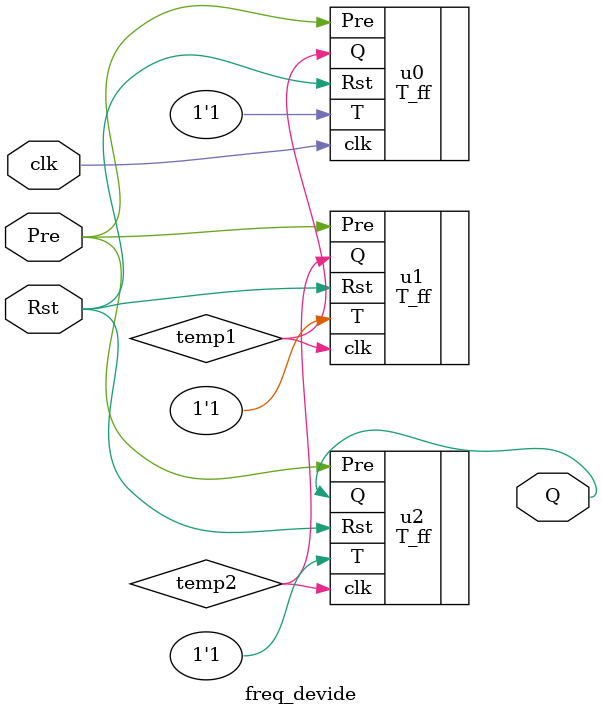
<source format=v>
module freq_devide(clk,Pre,Rst,Q);
  
input clk,Pre,Rst;
output Q;

wire temp1,temp2;

T_ff u0(.T(1'b1),.clk(clk),.Pre(Pre),.Rst(Rst),.Q(temp1));
T_ff u1(.T(1'b1),.clk(temp1),.Pre(Pre),.Rst(Rst),.Q(temp2));
T_ff u2(.T(1'b1),.clk(temp2),.Pre(Pre),.Rst(Rst),.Q(Q));


endmodule
</source>
